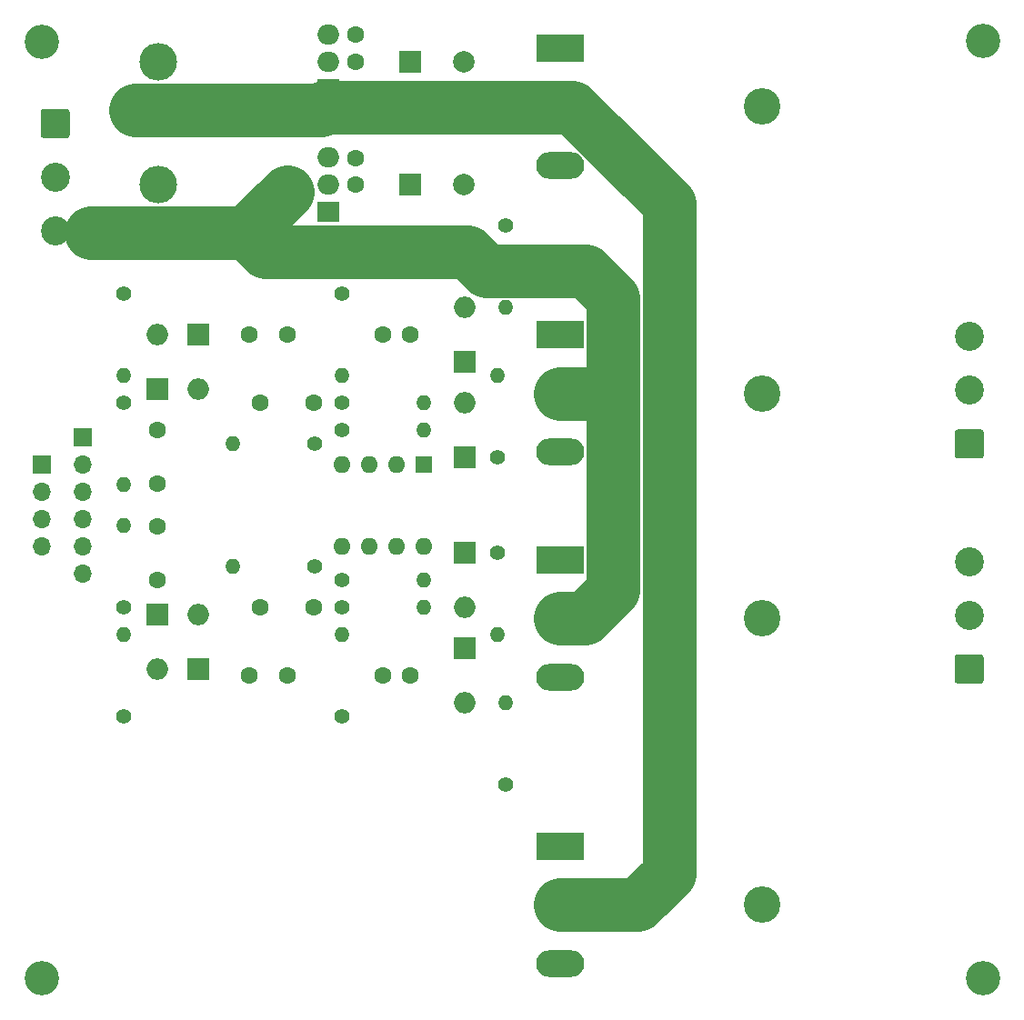
<source format=gbs>
G04 #@! TF.GenerationSoftware,KiCad,Pcbnew,(5.1.9)-1*
G04 #@! TF.CreationDate,2022-04-07T18:54:58+09:00*
G04 #@! TF.ProjectId,digital_amp,64696769-7461-46c5-9f61-6d702e6b6963,rev?*
G04 #@! TF.SameCoordinates,Original*
G04 #@! TF.FileFunction,Soldermask,Bot*
G04 #@! TF.FilePolarity,Negative*
%FSLAX46Y46*%
G04 Gerber Fmt 4.6, Leading zero omitted, Abs format (unit mm)*
G04 Created by KiCad (PCBNEW (5.1.9)-1) date 2022-04-07 18:54:58*
%MOMM*%
%LPD*%
G01*
G04 APERTURE LIST*
%ADD10C,5.000000*%
%ADD11C,2.700000*%
%ADD12C,3.200000*%
%ADD13O,1.700000X1.700000*%
%ADD14R,1.700000X1.700000*%
%ADD15O,2.000000X1.905000*%
%ADD16R,2.000000X1.905000*%
%ADD17O,3.500000X3.500000*%
%ADD18O,1.600000X1.600000*%
%ADD19R,1.600000X1.600000*%
%ADD20O,1.400000X1.400000*%
%ADD21C,1.400000*%
%ADD22O,3.400000X3.400000*%
%ADD23R,4.500000X2.500000*%
%ADD24O,4.500000X2.500000*%
%ADD25O,2.000000X2.000000*%
%ADD26R,2.000000X2.000000*%
%ADD27C,2.000000*%
%ADD28C,1.600000*%
G04 APERTURE END LIST*
D10*
X141224000Y-82423000D02*
X122555000Y-82423000D01*
X143002000Y-84201000D02*
X141224000Y-82423000D01*
X143637000Y-84201000D02*
X143002000Y-84201000D01*
X160020000Y-77978000D02*
X151003000Y-68961000D01*
X160020000Y-140335000D02*
X160020000Y-77978000D01*
X157099000Y-143256000D02*
X160020000Y-140335000D01*
X149860000Y-143256000D02*
X157099000Y-143256000D01*
X149860000Y-95631000D02*
X154813000Y-95631000D01*
X124460000Y-76835000D02*
X121031000Y-80264000D01*
X120650000Y-80645000D02*
X106172000Y-80645000D01*
X122428000Y-82423000D02*
X120523000Y-80518000D01*
X152273000Y-84201000D02*
X143891000Y-84201000D01*
X154813000Y-86741000D02*
X152273000Y-84201000D01*
X154813000Y-113919000D02*
X154813000Y-86741000D01*
X152146000Y-116586000D02*
X154813000Y-113919000D01*
X149860000Y-116586000D02*
X152146000Y-116586000D01*
X127635000Y-69215000D02*
X110363000Y-69215000D01*
X127889000Y-68961000D02*
X127635000Y-69215000D01*
X151003000Y-68961000D02*
X127889000Y-68961000D01*
D11*
X187960000Y-111285000D03*
X187960000Y-116285000D03*
G36*
G01*
X189059999Y-122635000D02*
X186860001Y-122635000D01*
G75*
G02*
X186610000Y-122384999I0J250001D01*
G01*
X186610000Y-120185001D01*
G75*
G02*
X186860001Y-119935000I250001J0D01*
G01*
X189059999Y-119935000D01*
G75*
G02*
X189310000Y-120185001I0J-250001D01*
G01*
X189310000Y-122384999D01*
G75*
G02*
X189059999Y-122635000I-250001J0D01*
G01*
G37*
X187960000Y-90330000D03*
X187960000Y-95330000D03*
G36*
G01*
X189059999Y-101680000D02*
X186860001Y-101680000D01*
G75*
G02*
X186610000Y-101429999I0J250001D01*
G01*
X186610000Y-99230001D01*
G75*
G02*
X186860001Y-98980000I250001J0D01*
G01*
X189059999Y-98980000D01*
G75*
G02*
X189310000Y-99230001I0J-250001D01*
G01*
X189310000Y-101429999D01*
G75*
G02*
X189059999Y-101680000I-250001J0D01*
G01*
G37*
D12*
X189230000Y-62785000D03*
X189230000Y-150110000D03*
X101600000Y-150110000D03*
X101600000Y-62865000D03*
D13*
X105410000Y-112395000D03*
X105410000Y-109855000D03*
X105410000Y-107315000D03*
X105410000Y-104775000D03*
X105410000Y-102235000D03*
D14*
X105410000Y-99695000D03*
D15*
X128270000Y-73660000D03*
X128270000Y-76200000D03*
D16*
X128270000Y-78740000D03*
D17*
X112470000Y-76200000D03*
D15*
X128270000Y-62230000D03*
X128270000Y-64770000D03*
D16*
X128270000Y-67310000D03*
D17*
X112470000Y-64770000D03*
D18*
X137160000Y-109855000D03*
X129540000Y-102235000D03*
X134620000Y-109855000D03*
X132080000Y-102235000D03*
X132080000Y-109855000D03*
X134620000Y-102235000D03*
X129540000Y-109855000D03*
D19*
X137160000Y-102235000D03*
D20*
X144018000Y-118110000D03*
D21*
X144018000Y-110490000D03*
D20*
X144780000Y-124460000D03*
D21*
X144780000Y-132080000D03*
D20*
X144018000Y-93980000D03*
D21*
X144018000Y-101600000D03*
D20*
X144780000Y-87630000D03*
D21*
X144780000Y-80010000D03*
D20*
X137160000Y-99060000D03*
D21*
X129540000Y-99060000D03*
D20*
X137160000Y-113030000D03*
D21*
X129540000Y-113030000D03*
D20*
X137160000Y-96520000D03*
D21*
X129540000Y-96520000D03*
D20*
X137160000Y-115570000D03*
D21*
X129540000Y-115570000D03*
D20*
X129540000Y-93980000D03*
D21*
X129540000Y-86360000D03*
D20*
X129540000Y-118110000D03*
D21*
X129540000Y-125730000D03*
D20*
X119380000Y-100330000D03*
D21*
X127000000Y-100330000D03*
D20*
X119380000Y-111760000D03*
D21*
X127000000Y-111760000D03*
X109220000Y-86360000D03*
D20*
X109220000Y-93980000D03*
X109220000Y-118110000D03*
D21*
X109220000Y-125730000D03*
D20*
X109220000Y-104140000D03*
D21*
X109220000Y-96520000D03*
D20*
X109220000Y-107950000D03*
D21*
X109220000Y-115570000D03*
D22*
X168660000Y-116575000D03*
D23*
X149860000Y-111125000D03*
D24*
X149860000Y-116575000D03*
X149860000Y-122025000D03*
D22*
X168660000Y-143245000D03*
D23*
X149860000Y-137795000D03*
D24*
X149860000Y-143245000D03*
X149860000Y-148695000D03*
X149860000Y-101070000D03*
X149860000Y-95620000D03*
D23*
X149860000Y-90170000D03*
D22*
X168660000Y-95620000D03*
D24*
X149860000Y-74370000D03*
X149860000Y-68920000D03*
D23*
X149860000Y-63470000D03*
D22*
X168660000Y-68920000D03*
D11*
X102870000Y-80485000D03*
X102870000Y-75485000D03*
G36*
G01*
X101770001Y-69135000D02*
X103969999Y-69135000D01*
G75*
G02*
X104220000Y-69385001I0J-250001D01*
G01*
X104220000Y-71584999D01*
G75*
G02*
X103969999Y-71835000I-250001J0D01*
G01*
X101770001Y-71835000D01*
G75*
G02*
X101520000Y-71584999I0J250001D01*
G01*
X101520000Y-69385001D01*
G75*
G02*
X101770001Y-69135000I250001J0D01*
G01*
G37*
D13*
X101600000Y-109855000D03*
X101600000Y-107315000D03*
X101600000Y-104775000D03*
D14*
X101600000Y-102235000D03*
D25*
X140970000Y-115570000D03*
D26*
X140970000Y-110490000D03*
D25*
X140970000Y-124460000D03*
D26*
X140970000Y-119380000D03*
D25*
X140970000Y-96520000D03*
D26*
X140970000Y-101600000D03*
D25*
X140970000Y-87630000D03*
D26*
X140970000Y-92710000D03*
D25*
X112395000Y-90170000D03*
D26*
X112395000Y-95250000D03*
D25*
X116205000Y-95250000D03*
D26*
X116205000Y-90170000D03*
D25*
X112395000Y-121285000D03*
D26*
X112395000Y-116205000D03*
D25*
X116205000Y-116205000D03*
D26*
X116205000Y-121285000D03*
D27*
X140890000Y-76200000D03*
D26*
X135890000Y-76200000D03*
D27*
X140890000Y-64770000D03*
D26*
X135890000Y-64770000D03*
D28*
X130810000Y-73700000D03*
X130810000Y-76200000D03*
X130810000Y-64730000D03*
X130810000Y-62230000D03*
X133390000Y-121920000D03*
X135890000Y-121920000D03*
X133390000Y-90170000D03*
X135890000Y-90170000D03*
X126920000Y-96520000D03*
X121920000Y-96520000D03*
X126920000Y-115570000D03*
X121920000Y-115570000D03*
X120960000Y-90170000D03*
X124460000Y-90170000D03*
X120960000Y-121920000D03*
X124460000Y-121920000D03*
X112395000Y-104060000D03*
X112395000Y-99060000D03*
X112395000Y-108030000D03*
X112395000Y-113030000D03*
M02*

</source>
